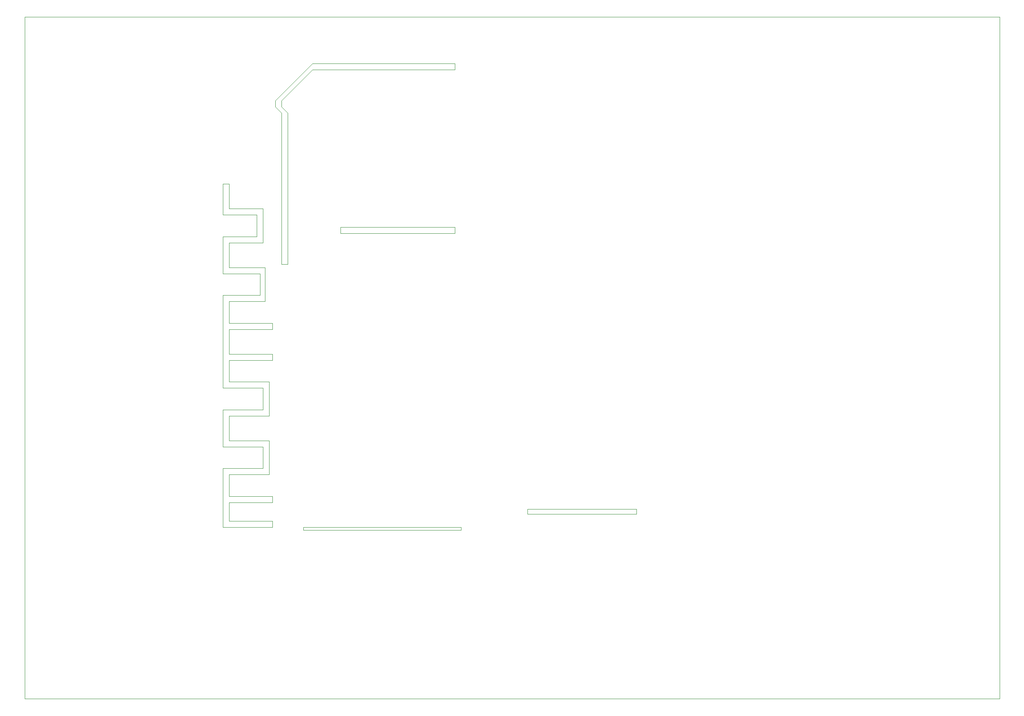
<source format=gbr>
%TF.GenerationSoftware,KiCad,Pcbnew,7.0.2*%
%TF.CreationDate,2023-08-05T13:01:47+02:00*%
%TF.ProjectId,supersmymps v2,73757065-7273-46d7-996d-70732076322e,rev?*%
%TF.SameCoordinates,Original*%
%TF.FileFunction,Profile,NP*%
%FSLAX46Y46*%
G04 Gerber Fmt 4.6, Leading zero omitted, Abs format (unit mm)*
G04 Created by KiCad (PCBNEW 7.0.2) date 2023-08-05 13:01:47*
%MOMM*%
%LPD*%
G01*
G04 APERTURE LIST*
%TA.AperFunction,Profile*%
%ADD10C,0.100000*%
%TD*%
G04 APERTURE END LIST*
D10*
X123124000Y-121092000D02*
X145476000Y-121092000D01*
X145476000Y-122108000D01*
X123124000Y-122108000D01*
X123124000Y-121092000D01*
X61910000Y-66355000D02*
X68895000Y-66355000D01*
X60640000Y-94930000D02*
X60640000Y-96200000D01*
X69276000Y-78420000D02*
X61910000Y-78420000D01*
X79055000Y-30795000D02*
X73975000Y-35875000D01*
X70165000Y-113980000D02*
X61910000Y-113980000D01*
X61910000Y-55560000D02*
X61910000Y-54290000D01*
X60640000Y-82865000D02*
X60640000Y-78420000D01*
X61910000Y-59370000D02*
X61910000Y-55560000D01*
X70800000Y-90485000D02*
X61910000Y-90485000D01*
X70165000Y-94930000D02*
X61910000Y-94930000D01*
X60640000Y-100645000D02*
X60640000Y-101915000D01*
X61910000Y-106995000D02*
X61910000Y-101915000D01*
X68895000Y-100645000D02*
X68895000Y-96200000D01*
X72705000Y-38415000D02*
X73975000Y-39685000D01*
X69276000Y-71435000D02*
X69276000Y-77150000D01*
X60640000Y-94930000D02*
X60640000Y-90485000D01*
X70165000Y-100645000D02*
X70165000Y-94930000D01*
X61910000Y-71435000D02*
X69276000Y-71435000D01*
X79055000Y-29525000D02*
X108265000Y-29525000D01*
X61910000Y-54290000D02*
X60640000Y-54290000D01*
X68260000Y-77150000D02*
X68260000Y-72705000D01*
X68260000Y-72705000D02*
X60640000Y-72705000D01*
X60640000Y-84135000D02*
X60640000Y-82865000D01*
X71435000Y-37145000D02*
X72705000Y-35875000D01*
X71435000Y-38415000D02*
X71435000Y-37145000D01*
X61910000Y-71435000D02*
X61910000Y-66355000D01*
X68895000Y-108265000D02*
X68895000Y-112710000D01*
X70165000Y-101915000D02*
X70165000Y-100645000D01*
X60640000Y-112710000D02*
X68895000Y-112710000D01*
X61910000Y-82865000D02*
X61910000Y-78420000D01*
X61910000Y-106995000D02*
X70165000Y-106995000D01*
X60640000Y-90485000D02*
X60640000Y-89215000D01*
X20000000Y-20000000D02*
X220000000Y-20000000D01*
X220000000Y-160000000D01*
X20000000Y-160000000D01*
X20000000Y-20000000D01*
X73975000Y-70800000D02*
X72705000Y-70800000D01*
X66355000Y-77150000D02*
X68260000Y-77150000D01*
X60640000Y-54290000D02*
X60640000Y-59370000D01*
X68895000Y-100645000D02*
X60640000Y-100645000D01*
X72705000Y-37145000D02*
X72705000Y-38415000D01*
X72705000Y-70800000D02*
X72705000Y-39685000D01*
X61910000Y-118425000D02*
X70800000Y-118425000D01*
X61910000Y-113980000D02*
X61910000Y-118425000D01*
X69276000Y-77150000D02*
X69276000Y-78420000D01*
X70800000Y-119695000D02*
X61910000Y-119695000D01*
X60640000Y-118425000D02*
X60640000Y-113980000D01*
X72705000Y-39685000D02*
X71435000Y-38415000D01*
X109535000Y-125410000D02*
X77150000Y-125410000D01*
X77150000Y-124775000D01*
X109535000Y-124775000D01*
X109535000Y-125410000D01*
X60640000Y-108265000D02*
X60640000Y-106995000D01*
X70800000Y-123505000D02*
X70800000Y-124775000D01*
X61910000Y-101915000D02*
X70165000Y-101915000D01*
X108265000Y-63180000D02*
X84770000Y-63180000D01*
X68895000Y-66355000D02*
X68895000Y-59370000D01*
X108265000Y-29525000D02*
X108265000Y-30795000D01*
X61910000Y-59370000D02*
X68895000Y-59370000D01*
X67625000Y-60640000D02*
X67625000Y-65085000D01*
X70800000Y-118425000D02*
X70800000Y-119695000D01*
X60640000Y-96200000D02*
X68895000Y-96200000D01*
X70800000Y-124775000D02*
X60640000Y-124775000D01*
X67625000Y-65085000D02*
X60640000Y-65085000D01*
X61910000Y-82865000D02*
X70800000Y-82865000D01*
X108265000Y-30795000D02*
X79055000Y-30795000D01*
X60640000Y-71435000D02*
X60640000Y-66355000D01*
X60640000Y-78420000D02*
X60640000Y-77150000D01*
X61910000Y-123505000D02*
X61910000Y-119695000D01*
X61910000Y-89215000D02*
X70800000Y-89215000D01*
X60640000Y-113980000D02*
X60640000Y-112710000D01*
X70800000Y-123505000D02*
X61910000Y-123505000D01*
X60640000Y-106995000D02*
X60640000Y-101915000D01*
X60640000Y-119695000D02*
X60640000Y-118425000D01*
X60640000Y-72705000D02*
X60640000Y-71435000D01*
X84770000Y-64450000D02*
X108265000Y-64450000D01*
X70800000Y-82865000D02*
X70800000Y-84135000D01*
X61910000Y-94930000D02*
X61910000Y-90485000D01*
X84770000Y-63180000D02*
X84770000Y-64450000D01*
X60640000Y-65085000D02*
X60640000Y-66355000D01*
X72705000Y-35875000D02*
X79055000Y-29525000D01*
X67625000Y-60640000D02*
X60640000Y-60640000D01*
X70800000Y-89215000D02*
X70800000Y-90485000D01*
X60640000Y-124775000D02*
X60640000Y-119695000D01*
X70165000Y-106995000D02*
X70165000Y-113980000D01*
X73975000Y-39685000D02*
X73975000Y-70800000D01*
X108265000Y-64450000D02*
X108265000Y-63180000D01*
X60640000Y-60640000D02*
X60640000Y-59370000D01*
X61910000Y-89215000D02*
X61910000Y-84135000D01*
X68895000Y-108265000D02*
X60640000Y-108265000D01*
X60640000Y-89215000D02*
X60640000Y-84135000D01*
X70800000Y-84135000D02*
X61910000Y-84135000D01*
X60640000Y-77150000D02*
X66355000Y-77150000D01*
X73975000Y-35875000D02*
X72705000Y-37145000D01*
M02*

</source>
